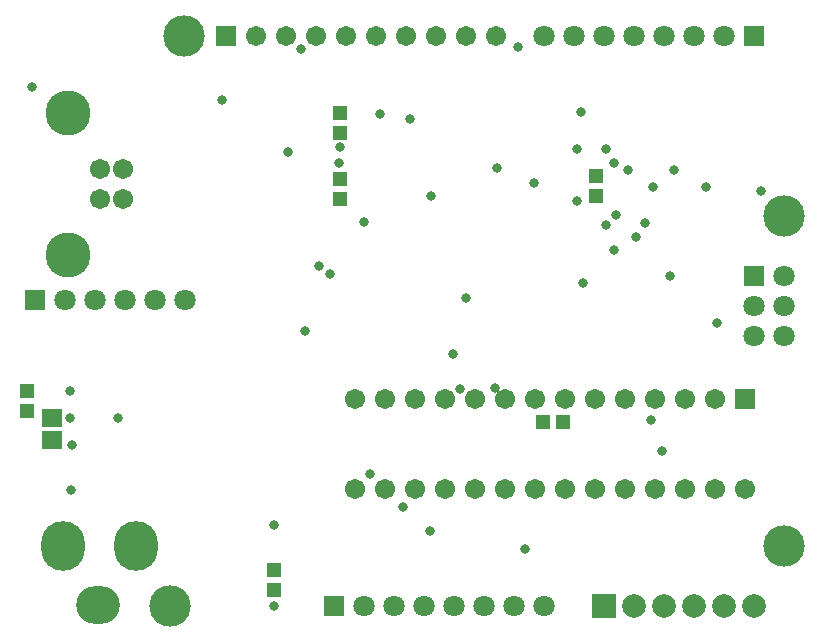
<source format=gbs>
G04*
G04 #@! TF.GenerationSoftware,Altium Limited,Altium Designer,19.0.10 (269)*
G04*
G04 Layer_Color=16711935*
%FSLAX24Y24*%
%MOIN*%
G70*
G01*
G75*
%ADD36R,0.0474X0.0513*%
%ADD38R,0.0513X0.0474*%
%ADD46R,0.0671X0.0592*%
%ADD53R,0.0789X0.0789*%
%ADD54C,0.0789*%
%ADD55C,0.1503*%
%ADD56C,0.0671*%
%ADD57O,0.1458X0.1655*%
%ADD58O,0.1458X0.1261*%
%ADD59C,0.1379*%
%ADD60R,0.0710X0.0710*%
%ADD61C,0.0710*%
%ADD62R,0.0671X0.0671*%
%ADD63R,0.0671X0.0671*%
%ADD64R,0.0710X0.0710*%
%ADD65C,0.0320*%
D36*
X9000Y1528D02*
D03*
Y2197D02*
D03*
X19750Y14665D02*
D03*
Y15335D02*
D03*
X11200Y16765D02*
D03*
Y17435D02*
D03*
X11200Y15235D02*
D03*
Y14565D02*
D03*
X760Y8155D02*
D03*
Y7485D02*
D03*
D38*
X17965Y7148D02*
D03*
X18635D02*
D03*
D46*
X1600Y7274D02*
D03*
Y6526D02*
D03*
D53*
X19991Y1000D02*
D03*
D54*
X20991D02*
D03*
X21991D02*
D03*
X22991D02*
D03*
X23991D02*
D03*
X24991D02*
D03*
D55*
X2129Y12700D02*
D03*
Y17440D02*
D03*
D56*
X3196Y14578D02*
D03*
Y15562D02*
D03*
X3983D02*
D03*
Y14578D02*
D03*
X8400Y20000D02*
D03*
X10400D02*
D03*
X11400D02*
D03*
X12400D02*
D03*
X13400D02*
D03*
X14400D02*
D03*
X15400D02*
D03*
X16400D02*
D03*
X9400D02*
D03*
X11700Y4900D02*
D03*
X12700D02*
D03*
X13700D02*
D03*
X14700D02*
D03*
X15700D02*
D03*
X16700D02*
D03*
X17700D02*
D03*
X18700D02*
D03*
X19700D02*
D03*
X20700D02*
D03*
X21700D02*
D03*
X22700D02*
D03*
X23700D02*
D03*
X24700D02*
D03*
X11700Y7900D02*
D03*
X12700D02*
D03*
X13700D02*
D03*
X14700D02*
D03*
X15700D02*
D03*
X16700D02*
D03*
X17700D02*
D03*
X18700D02*
D03*
X19700D02*
D03*
X20700D02*
D03*
X21700D02*
D03*
X22700D02*
D03*
X23700D02*
D03*
D57*
X4394Y3000D02*
D03*
X1953D02*
D03*
D58*
X3134Y1031D02*
D03*
D59*
X26000Y14000D02*
D03*
X6000Y20000D02*
D03*
X5549Y1000D02*
D03*
X26000Y3000D02*
D03*
D60*
X25000Y20000D02*
D03*
X1042Y11200D02*
D03*
X11000Y1000D02*
D03*
D61*
X24000Y20000D02*
D03*
X23000D02*
D03*
X22000D02*
D03*
X21000D02*
D03*
X20000D02*
D03*
X19000D02*
D03*
X18000D02*
D03*
X6042Y11200D02*
D03*
X5042D02*
D03*
X4042D02*
D03*
X3042D02*
D03*
X2042D02*
D03*
X26000Y12000D02*
D03*
X25000Y11000D02*
D03*
X26000D02*
D03*
X25000Y10000D02*
D03*
X26000D02*
D03*
X18000Y1000D02*
D03*
X17000D02*
D03*
X16000D02*
D03*
X15000D02*
D03*
X14000D02*
D03*
X13000D02*
D03*
X12000D02*
D03*
D62*
X7400Y20000D02*
D03*
D63*
X24700Y7900D02*
D03*
D64*
X25000Y12000D02*
D03*
D65*
X20329Y15775D02*
D03*
X20080Y13700D02*
D03*
X20400Y14023D02*
D03*
X21580Y7200D02*
D03*
X22215Y12000D02*
D03*
X9000Y3700D02*
D03*
X11200Y16300D02*
D03*
X21360Y13774D02*
D03*
X20320Y12874D02*
D03*
X12200Y5400D02*
D03*
X2256Y6356D02*
D03*
X23780Y10435D02*
D03*
X21076Y13300D02*
D03*
X20080Y16244D02*
D03*
X19100D02*
D03*
X20810Y15524D02*
D03*
X22320D02*
D03*
X9485Y16125D02*
D03*
X13535Y17242D02*
D03*
X10880Y12084D02*
D03*
X14230Y14665D02*
D03*
X15190Y8244D02*
D03*
X19290Y11774D02*
D03*
X10490Y12334D02*
D03*
X11990Y13814D02*
D03*
X9900Y19584D02*
D03*
X10030Y10165D02*
D03*
X15400Y11264D02*
D03*
X17680Y15115D02*
D03*
X16450Y15614D02*
D03*
X25220Y14844D02*
D03*
X19242Y17463D02*
D03*
X16374Y8261D02*
D03*
X21620Y14954D02*
D03*
X23400D02*
D03*
X2240Y4874D02*
D03*
X13290Y4314D02*
D03*
X21940Y6154D02*
D03*
X14190Y3504D02*
D03*
X17120Y19634D02*
D03*
X17370Y2904D02*
D03*
X7270Y17874D02*
D03*
X940Y18314D02*
D03*
X19100Y14516D02*
D03*
X11175Y15775D02*
D03*
X12531Y17400D02*
D03*
X14985Y9400D02*
D03*
X3800Y7274D02*
D03*
X2200Y8167D02*
D03*
Y7262D02*
D03*
X9000Y1000D02*
D03*
M02*

</source>
